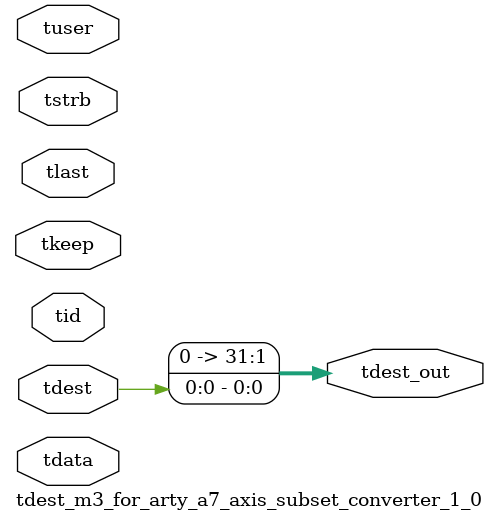
<source format=v>


`timescale 1ps/1ps

module tdest_m3_for_arty_a7_axis_subset_converter_1_0 #
(
parameter C_S_AXIS_TDATA_WIDTH = 32,
parameter C_S_AXIS_TUSER_WIDTH = 0,
parameter C_S_AXIS_TID_WIDTH   = 0,
parameter C_S_AXIS_TDEST_WIDTH = 0,
parameter C_M_AXIS_TDEST_WIDTH = 32
)
(
input  [(C_S_AXIS_TDATA_WIDTH == 0 ? 1 : C_S_AXIS_TDATA_WIDTH)-1:0     ] tdata,
input  [(C_S_AXIS_TUSER_WIDTH == 0 ? 1 : C_S_AXIS_TUSER_WIDTH)-1:0     ] tuser,
input  [(C_S_AXIS_TID_WIDTH   == 0 ? 1 : C_S_AXIS_TID_WIDTH)-1:0       ] tid,
input  [(C_S_AXIS_TDEST_WIDTH == 0 ? 1 : C_S_AXIS_TDEST_WIDTH)-1:0     ] tdest,
input  [(C_S_AXIS_TDATA_WIDTH/8)-1:0 ] tkeep,
input  [(C_S_AXIS_TDATA_WIDTH/8)-1:0 ] tstrb,
input                                                                    tlast,
output [C_M_AXIS_TDEST_WIDTH-1:0] tdest_out
);

assign tdest_out = {tdest[0:0]};

endmodule


</source>
